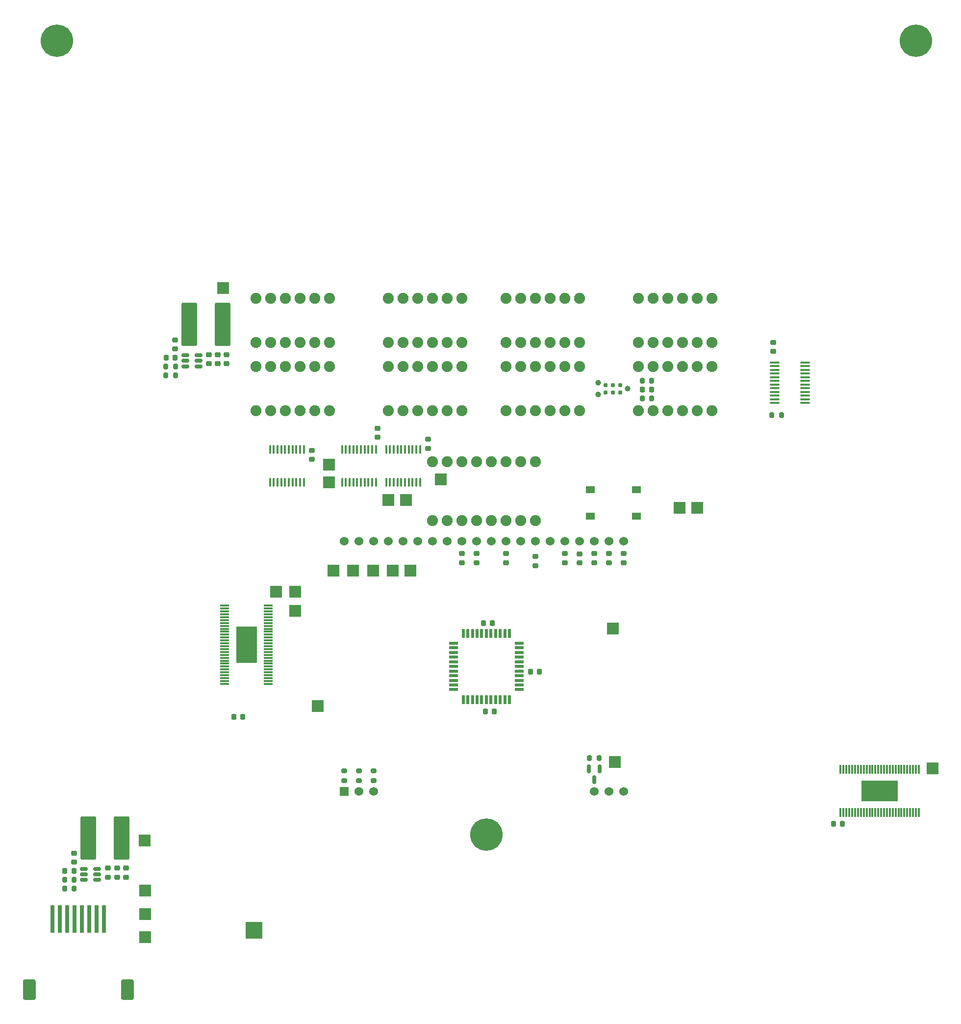
<source format=gbs>
%TF.GenerationSoftware,KiCad,Pcbnew,9.0.4*%
%TF.CreationDate,2025-09-16T15:39:33-04:00*%
%TF.ProjectId,mini-lhc-display,6d696e69-2d6c-4686-932d-646973706c61,rev?*%
%TF.SameCoordinates,Original*%
%TF.FileFunction,Soldermask,Bot*%
%TF.FilePolarity,Negative*%
%FSLAX46Y46*%
G04 Gerber Fmt 4.6, Leading zero omitted, Abs format (unit mm)*
G04 Created by KiCad (PCBNEW 9.0.4) date 2025-09-16 15:39:33*
%MOMM*%
%LPD*%
G01*
G04 APERTURE LIST*
G04 Aperture macros list*
%AMRoundRect*
0 Rectangle with rounded corners*
0 $1 Rounding radius*
0 $2 $3 $4 $5 $6 $7 $8 $9 X,Y pos of 4 corners*
0 Add a 4 corners polygon primitive as box body*
4,1,4,$2,$3,$4,$5,$6,$7,$8,$9,$2,$3,0*
0 Add four circle primitives for the rounded corners*
1,1,$1+$1,$2,$3*
1,1,$1+$1,$4,$5*
1,1,$1+$1,$6,$7*
1,1,$1+$1,$8,$9*
0 Add four rect primitives between the rounded corners*
20,1,$1+$1,$2,$3,$4,$5,0*
20,1,$1+$1,$4,$5,$6,$7,0*
20,1,$1+$1,$6,$7,$8,$9,0*
20,1,$1+$1,$8,$9,$2,$3,0*%
G04 Aperture macros list end*
%ADD10C,1.905000*%
%ADD11C,3.600000*%
%ADD12C,5.600000*%
%ADD13R,1.524000X1.524000*%
%ADD14C,1.524000*%
%ADD15RoundRect,0.225000X0.250000X-0.225000X0.250000X0.225000X-0.250000X0.225000X-0.250000X-0.225000X0*%
%ADD16RoundRect,0.200000X0.200000X0.275000X-0.200000X0.275000X-0.200000X-0.275000X0.200000X-0.275000X0*%
%ADD17RoundRect,0.225000X-0.250000X0.225000X-0.250000X-0.225000X0.250000X-0.225000X0.250000X0.225000X0*%
%ADD18R,2.000000X2.000000*%
%ADD19RoundRect,0.150000X0.512500X0.150000X-0.512500X0.150000X-0.512500X-0.150000X0.512500X-0.150000X0*%
%ADD20C,0.990600*%
%ADD21C,0.787400*%
%ADD22RoundRect,0.100000X0.712500X0.100000X-0.712500X0.100000X-0.712500X-0.100000X0.712500X-0.100000X0*%
%ADD23R,3.000000X3.000000*%
%ADD24RoundRect,0.225000X0.225000X0.250000X-0.225000X0.250000X-0.225000X-0.250000X0.225000X-0.250000X0*%
%ADD25RoundRect,0.225000X-0.225000X-0.250000X0.225000X-0.250000X0.225000X0.250000X-0.225000X0.250000X0*%
%ADD26RoundRect,0.100000X0.100000X-0.637500X0.100000X0.637500X-0.100000X0.637500X-0.100000X-0.637500X0*%
%ADD27RoundRect,0.200000X-0.200000X-0.275000X0.200000X-0.275000X0.200000X0.275000X-0.200000X0.275000X0*%
%ADD28R,1.500000X0.550000*%
%ADD29R,0.550000X1.500000*%
%ADD30R,0.300000X1.550000*%
%ADD31R,6.350000X3.610000*%
%ADD32RoundRect,0.150000X-0.150000X0.587500X-0.150000X-0.587500X0.150000X-0.587500X0.150000X0.587500X0*%
%ADD33RoundRect,0.250001X-1.099999X-3.499999X1.099999X-3.499999X1.099999X3.499999X-1.099999X3.499999X0*%
%ADD34RoundRect,0.114000X0.266000X-2.261000X0.266000X2.261000X-0.266000X2.261000X-0.266000X-2.261000X0*%
%ADD35RoundRect,0.336000X0.784000X-1.419000X0.784000X1.419000X-0.784000X1.419000X-0.784000X-1.419000X0*%
%ADD36R,1.550000X1.300000*%
%ADD37RoundRect,0.200000X-0.275000X0.200000X-0.275000X-0.200000X0.275000X-0.200000X0.275000X0.200000X0*%
%ADD38R,1.550000X0.300000*%
%ADD39R,3.610000X6.350000*%
G04 APERTURE END LIST*
D10*
%TO.C,DSP5*%
X86995000Y-110998000D03*
X89535000Y-110998000D03*
X92075000Y-110998000D03*
X94615000Y-110998000D03*
X97175291Y-110998000D03*
X99695000Y-110998000D03*
X102235000Y-110998000D03*
X104775000Y-110998000D03*
X104775000Y-100838000D03*
X102235000Y-100838000D03*
X99695000Y-100838000D03*
X97175291Y-100838000D03*
X94615000Y-100838000D03*
X92075000Y-100838000D03*
X89535000Y-100838000D03*
X86995000Y-100838000D03*
%TD*%
D11*
%TO.C,REF\u002A\u002A*%
X170434000Y-28194000D03*
D12*
X170434000Y-28194000D03*
%TD*%
D10*
%TO.C,DSP4*%
X99695000Y-92087500D03*
X102235000Y-92087500D03*
X104775000Y-92087500D03*
X107315000Y-92087500D03*
X109855000Y-92087500D03*
X112395000Y-92087500D03*
X122555000Y-92087500D03*
X125095000Y-92087500D03*
X127635000Y-92087500D03*
X130175000Y-92087500D03*
X132715000Y-92087500D03*
X135255000Y-92087500D03*
X135255000Y-84467500D03*
X132715000Y-84467500D03*
X130175000Y-84467500D03*
X127635000Y-84467500D03*
X125095000Y-84467500D03*
X122555000Y-84467500D03*
X112395000Y-84467500D03*
X109855000Y-84467500D03*
X107315000Y-84467500D03*
X104775000Y-84467500D03*
X102235000Y-84467500D03*
X99695000Y-84467500D03*
%TD*%
%TO.C,DSP3*%
X56515000Y-92087500D03*
X59055000Y-92087500D03*
X61595000Y-92087500D03*
X64135000Y-92087500D03*
X66675000Y-92087500D03*
X69215000Y-92087500D03*
X79375000Y-92087500D03*
X81915000Y-92087500D03*
X84455000Y-92087500D03*
X86995000Y-92087500D03*
X89535000Y-92087500D03*
X92075000Y-92087500D03*
X92075000Y-84467500D03*
X89535000Y-84467500D03*
X86995000Y-84467500D03*
X84455000Y-84467500D03*
X81915000Y-84467500D03*
X79375000Y-84467500D03*
X69215000Y-84467500D03*
X66675000Y-84467500D03*
X64135000Y-84467500D03*
X61595000Y-84467500D03*
X59055000Y-84467500D03*
X56515000Y-84467500D03*
%TD*%
D13*
%TO.C,U10*%
X71755000Y-157782500D03*
D14*
X74295000Y-157782500D03*
X76835000Y-157782500D03*
X114935000Y-157782500D03*
X117475000Y-157782500D03*
X120015000Y-157782500D03*
X120015000Y-114602500D03*
X117475000Y-114602500D03*
X114935000Y-114602500D03*
X112395000Y-114602500D03*
X109855000Y-114602500D03*
X107315000Y-114602500D03*
X104775000Y-114602500D03*
X102235000Y-114602500D03*
X99695000Y-114602500D03*
X97155000Y-114602500D03*
X94615000Y-114602500D03*
X92075000Y-114602500D03*
X89535000Y-114602500D03*
X86995000Y-114602500D03*
X84455000Y-114602500D03*
X81915000Y-114602500D03*
X79375000Y-114602500D03*
X76835000Y-114602500D03*
X74295000Y-114602500D03*
X71755000Y-114602500D03*
%TD*%
D11*
%TO.C,REF\u002A\u002A*%
X22098000Y-28194000D03*
D12*
X22098000Y-28194000D03*
%TD*%
D10*
%TO.C,DSP2*%
X99695000Y-80276500D03*
X102235000Y-80276500D03*
X104775000Y-80276500D03*
X107315000Y-80276500D03*
X109855000Y-80276500D03*
X112395000Y-80276500D03*
X122555000Y-80276500D03*
X125095000Y-80276500D03*
X127635000Y-80276500D03*
X130175000Y-80276500D03*
X132715000Y-80276500D03*
X135255000Y-80276500D03*
X135255000Y-72656500D03*
X132715000Y-72656500D03*
X130175000Y-72656500D03*
X127635000Y-72656500D03*
X125095000Y-72656500D03*
X122555000Y-72656500D03*
X112395000Y-72656500D03*
X109855000Y-72656500D03*
X107315000Y-72656500D03*
X104775000Y-72656500D03*
X102235000Y-72656500D03*
X99695000Y-72656500D03*
%TD*%
D11*
%TO.C,REF\u002A\u002A*%
X96283641Y-165227000D03*
D12*
X96283641Y-165227000D03*
%TD*%
D10*
%TO.C,DSP1*%
X56515000Y-80276500D03*
X59055000Y-80276500D03*
X61595000Y-80276500D03*
X64135000Y-80276500D03*
X66675000Y-80276500D03*
X69215000Y-80276500D03*
X79375000Y-80276500D03*
X81915000Y-80276500D03*
X84455000Y-80276500D03*
X86995000Y-80276500D03*
X89535000Y-80276500D03*
X92075000Y-80276500D03*
X92075000Y-72656500D03*
X89535000Y-72656500D03*
X86995000Y-72656500D03*
X84455000Y-72656500D03*
X81915000Y-72656500D03*
X79375000Y-72656500D03*
X69215000Y-72656500D03*
X66675000Y-72656500D03*
X64135000Y-72656500D03*
X61595000Y-72656500D03*
X59055000Y-72656500D03*
X56515000Y-72656500D03*
%TD*%
D15*
%TO.C,C9*%
X48387000Y-83947000D03*
X48387000Y-82397000D03*
%TD*%
D16*
%TO.C,R9*%
X25107500Y-173022695D03*
X23457500Y-173022695D03*
%TD*%
D17*
%TO.C,C13*%
X25059170Y-168409767D03*
X25059170Y-169959767D03*
%TD*%
D18*
%TO.C,TP18*%
X88392000Y-103886000D03*
%TD*%
D19*
%TO.C,U2*%
X46583300Y-82512551D03*
X46583300Y-83462551D03*
X46583300Y-84412551D03*
X44308300Y-84412551D03*
X44308300Y-83462551D03*
X44308300Y-82512551D03*
%TD*%
D18*
%TO.C,TP4*%
X37338000Y-174893000D03*
%TD*%
D20*
%TO.C,CN2*%
X120650000Y-88277500D03*
X115570000Y-89293500D03*
X115570000Y-87261500D03*
D21*
X119380000Y-88912500D03*
X119380000Y-87642500D03*
X118110000Y-88912500D03*
X118110000Y-87642500D03*
X116840000Y-88912500D03*
X116840000Y-87642500D03*
%TD*%
D22*
%TO.C,U7*%
X151354500Y-83756500D03*
X151354500Y-84391500D03*
X151354500Y-85026500D03*
X151354500Y-85661500D03*
X151354500Y-86296500D03*
X151354500Y-86931500D03*
X151354500Y-87566500D03*
X151354500Y-88201500D03*
X151354500Y-88836500D03*
X151354500Y-89471500D03*
X151354500Y-90106500D03*
X151354500Y-90741500D03*
X146079500Y-90741500D03*
X146079500Y-90106500D03*
X146079500Y-89471500D03*
X146079500Y-88836500D03*
X146079500Y-88201500D03*
X146079500Y-87566500D03*
X146079500Y-86931500D03*
X146079500Y-86296500D03*
X146079500Y-85661500D03*
X146079500Y-85026500D03*
X146079500Y-84391500D03*
X146079500Y-83756500D03*
%TD*%
D18*
%TO.C,TP22*%
X129667000Y-108839000D03*
%TD*%
D23*
%TO.C,TP3*%
X56134000Y-181737000D03*
%TD*%
D17*
%TO.C,C11*%
X51435000Y-82397000D03*
X51435000Y-83947000D03*
%TD*%
D24*
%TO.C,C1*%
X105423000Y-137081500D03*
X103873000Y-137081500D03*
%TD*%
D18*
%TO.C,TP20*%
X82423000Y-107442000D03*
%TD*%
%TO.C,TP11*%
X76708000Y-119682500D03*
%TD*%
D15*
%TO.C,C25*%
X104775000Y-118806500D03*
X104775000Y-117256500D03*
%TD*%
D17*
%TO.C,C21*%
X114935000Y-116748500D03*
X114935000Y-118298500D03*
%TD*%
D24*
%TO.C,C16*%
X157747000Y-163322000D03*
X156197000Y-163322000D03*
%TD*%
D25*
%TO.C,C15*%
X52692000Y-144907000D03*
X54242000Y-144907000D03*
%TD*%
D17*
%TO.C,C8*%
X42545000Y-79857000D03*
X42545000Y-81407000D03*
%TD*%
D24*
%TO.C,C27*%
X25057500Y-171496167D03*
X23507500Y-171496167D03*
%TD*%
D26*
%TO.C,U4*%
X84840000Y-104462500D03*
X84190000Y-104462500D03*
X83540000Y-104462500D03*
X82890000Y-104462500D03*
X82240000Y-104462500D03*
X81590000Y-104462500D03*
X80940000Y-104462500D03*
X80290000Y-104462500D03*
X79640000Y-104462500D03*
X78990000Y-104462500D03*
X78990000Y-98737500D03*
X79640000Y-98737500D03*
X80290000Y-98737500D03*
X80940000Y-98737500D03*
X81590000Y-98737500D03*
X82240000Y-98737500D03*
X82890000Y-98737500D03*
X83540000Y-98737500D03*
X84190000Y-98737500D03*
X84840000Y-98737500D03*
%TD*%
D17*
%TO.C,C20*%
X117475000Y-116748500D03*
X117475000Y-118298500D03*
%TD*%
%TO.C,C23*%
X109855000Y-116748500D03*
X109855000Y-118298500D03*
%TD*%
D27*
%TO.C,R1*%
X123190000Y-89916000D03*
X124840000Y-89916000D03*
%TD*%
D18*
%TO.C,TP25*%
X37338000Y-182880000D03*
%TD*%
%TO.C,TP15*%
X118110000Y-129667000D03*
%TD*%
D28*
%TO.C,U1*%
X101985000Y-132205000D03*
X101985000Y-133005000D03*
X101985000Y-133805000D03*
X101985000Y-134605000D03*
X101985000Y-135405000D03*
X101985000Y-136205000D03*
X101985000Y-137005000D03*
X101985000Y-137805000D03*
X101985000Y-138605000D03*
X101985000Y-139405000D03*
X101985000Y-140205000D03*
D29*
X100285000Y-141905000D03*
X99485000Y-141905000D03*
X98685000Y-141905000D03*
X97885000Y-141905000D03*
X97085000Y-141905000D03*
X96285000Y-141905000D03*
X95485000Y-141905000D03*
X94685000Y-141905000D03*
X93885000Y-141905000D03*
X93085000Y-141905000D03*
X92285000Y-141905000D03*
D28*
X90585000Y-140205000D03*
X90585000Y-139405000D03*
X90585000Y-138605000D03*
X90585000Y-137805000D03*
X90585000Y-137005000D03*
X90585000Y-136205000D03*
X90585000Y-135405000D03*
X90585000Y-134605000D03*
X90585000Y-133805000D03*
X90585000Y-133005000D03*
X90585000Y-132205000D03*
D29*
X92285000Y-130505000D03*
X93085000Y-130505000D03*
X93885000Y-130505000D03*
X94685000Y-130505000D03*
X95485000Y-130505000D03*
X96285000Y-130505000D03*
X97085000Y-130505000D03*
X97885000Y-130505000D03*
X98685000Y-130505000D03*
X99485000Y-130505000D03*
X100285000Y-130505000D03*
%TD*%
D17*
%TO.C,C24*%
X92075000Y-116748500D03*
X92075000Y-118298500D03*
%TD*%
D18*
%TO.C,TP23*%
X132715000Y-108839000D03*
%TD*%
D26*
%TO.C,U3*%
X77220000Y-104462500D03*
X76570000Y-104462500D03*
X75920000Y-104462500D03*
X75270000Y-104462500D03*
X74620000Y-104462500D03*
X73970000Y-104462500D03*
X73320000Y-104462500D03*
X72670000Y-104462500D03*
X72020000Y-104462500D03*
X71370000Y-104462500D03*
X71370000Y-98737500D03*
X72020000Y-98737500D03*
X72670000Y-98737500D03*
X73320000Y-98737500D03*
X73970000Y-98737500D03*
X74620000Y-98737500D03*
X75270000Y-98737500D03*
X75920000Y-98737500D03*
X76570000Y-98737500D03*
X77220000Y-98737500D03*
%TD*%
D24*
%TO.C,C26*%
X42558000Y-82918000D03*
X41008000Y-82918000D03*
%TD*%
D17*
%TO.C,C17*%
X99695000Y-116748500D03*
X99695000Y-118298500D03*
%TD*%
D18*
%TO.C,TP14*%
X63246000Y-126619000D03*
%TD*%
%TO.C,TP7*%
X73279000Y-119682500D03*
%TD*%
D25*
%TO.C,C4*%
X123240000Y-88392000D03*
X124790000Y-88392000D03*
%TD*%
D24*
%TO.C,C2*%
X97676000Y-143939500D03*
X96126000Y-143939500D03*
%TD*%
D18*
%TO.C,TP1*%
X37264583Y-166212967D03*
%TD*%
D16*
%TO.C,R2*%
X124840000Y-86868000D03*
X123190000Y-86868000D03*
%TD*%
%TO.C,R3*%
X147256000Y-92837000D03*
X145606000Y-92837000D03*
%TD*%
D30*
%TO.C,U9*%
X157461000Y-153923600D03*
X157961000Y-153923600D03*
X158461000Y-153923600D03*
X158961000Y-153923600D03*
X159461000Y-153923600D03*
X159961000Y-153923600D03*
X160461000Y-153923600D03*
X160961000Y-153923600D03*
X161461000Y-153923600D03*
X161961000Y-153923600D03*
X162461000Y-153923600D03*
X162961000Y-153923600D03*
X163461000Y-153923600D03*
X163961000Y-153923600D03*
X164461000Y-153923600D03*
X164961000Y-153923600D03*
X165461000Y-153923600D03*
X165961000Y-153923600D03*
X166461000Y-153923600D03*
X166961000Y-153923600D03*
X167461000Y-153923600D03*
X167961000Y-153923600D03*
X168461000Y-153923600D03*
X168961000Y-153923600D03*
X169461000Y-153923600D03*
X169961000Y-153923600D03*
X170461000Y-153923600D03*
X170961000Y-153923600D03*
X170961000Y-161423600D03*
X170461000Y-161423600D03*
X169961000Y-161423600D03*
X169461000Y-161423600D03*
X168961000Y-161423600D03*
X168461000Y-161423600D03*
X167961000Y-161423600D03*
X167461000Y-161423600D03*
X166961000Y-161423600D03*
X166461000Y-161423600D03*
X165961000Y-161423600D03*
X165461000Y-161423600D03*
X164961000Y-161423600D03*
X164461000Y-161423600D03*
X163961000Y-161423600D03*
X163461000Y-161423600D03*
X162961000Y-161423600D03*
X162461000Y-161423600D03*
X161961000Y-161423600D03*
X161461000Y-161423600D03*
X160961000Y-161423600D03*
X160461000Y-161423600D03*
X159961000Y-161423600D03*
X159461000Y-161423600D03*
X158961000Y-161423600D03*
X158461000Y-161423600D03*
X157961000Y-161423600D03*
X157461000Y-161423600D03*
D31*
X164211000Y-157673600D03*
%TD*%
D18*
%TO.C,TP17*%
X69088000Y-101346000D03*
%TD*%
D26*
%TO.C,U5*%
X64774000Y-104462500D03*
X64124000Y-104462500D03*
X63474000Y-104462500D03*
X62824000Y-104462500D03*
X62174000Y-104462500D03*
X61524000Y-104462500D03*
X60874000Y-104462500D03*
X60224000Y-104462500D03*
X59574000Y-104462500D03*
X58924000Y-104462500D03*
X58924000Y-98737500D03*
X59574000Y-98737500D03*
X60224000Y-98737500D03*
X60874000Y-98737500D03*
X61524000Y-98737500D03*
X62174000Y-98737500D03*
X62824000Y-98737500D03*
X63474000Y-98737500D03*
X64124000Y-98737500D03*
X64774000Y-98737500D03*
%TD*%
D18*
%TO.C,TP12*%
X173355000Y-153797000D03*
%TD*%
D19*
%TO.C,U6*%
X29097500Y-171122695D03*
X29097500Y-172072695D03*
X29097500Y-173022695D03*
X26822500Y-173022695D03*
X26822500Y-172072695D03*
X26822500Y-171122695D03*
%TD*%
D17*
%TO.C,C7*%
X66167000Y-98933000D03*
X66167000Y-100483000D03*
%TD*%
%TO.C,C18*%
X94615000Y-116748500D03*
X94615000Y-118298500D03*
%TD*%
D32*
%TO.C,Q1*%
X113985000Y-153875500D03*
X115885000Y-153875500D03*
X114935000Y-155750500D03*
%TD*%
D27*
%TO.C,R8*%
X23457500Y-174557557D03*
X25107500Y-174557557D03*
%TD*%
D33*
%TO.C,L2*%
X44979000Y-77203000D03*
X50779000Y-77203000D03*
%TD*%
D18*
%TO.C,TP13*%
X59944000Y-123317000D03*
%TD*%
D16*
%TO.C,R11*%
X42608000Y-84442000D03*
X40958000Y-84442000D03*
%TD*%
D15*
%TO.C,C10*%
X30903509Y-172562967D03*
X30903509Y-171012967D03*
%TD*%
%TO.C,C14*%
X145796000Y-81814000D03*
X145796000Y-80264000D03*
%TD*%
D17*
%TO.C,C19*%
X120015000Y-116748500D03*
X120015000Y-118298500D03*
%TD*%
D34*
%TO.C,CN1*%
X30282620Y-179762151D03*
X29012620Y-179762151D03*
X27742620Y-179762151D03*
X26472620Y-179762151D03*
X25202620Y-179762151D03*
X23932620Y-179762151D03*
X22662620Y-179762151D03*
X21392620Y-179762151D03*
D35*
X34297620Y-191942151D03*
X17377620Y-191942151D03*
%TD*%
D25*
%TO.C,C3*%
X95745000Y-128699500D03*
X97295000Y-128699500D03*
%TD*%
D36*
%TO.C,SW1*%
X122174000Y-105736000D03*
X114214000Y-105736000D03*
X122174000Y-110236000D03*
X114214000Y-110236000D03*
%TD*%
D33*
%TO.C,L1*%
X27520576Y-165831967D03*
X33320576Y-165831967D03*
%TD*%
D18*
%TO.C,TP24*%
X67183000Y-143002000D03*
%TD*%
D16*
%TO.C,R7*%
X115760000Y-152019000D03*
X114110000Y-152019000D03*
%TD*%
D18*
%TO.C,TP6*%
X118491000Y-152654000D03*
%TD*%
D37*
%TO.C,R6*%
X76835000Y-154242000D03*
X76835000Y-155892000D03*
%TD*%
D18*
%TO.C,TP10*%
X69850000Y-119682500D03*
%TD*%
D17*
%TO.C,C28*%
X49911000Y-82397000D03*
X49911000Y-83947000D03*
%TD*%
D18*
%TO.C,TP2*%
X50800000Y-70866000D03*
%TD*%
D27*
%TO.C,R10*%
X40958000Y-85966000D03*
X42608000Y-85966000D03*
%TD*%
D17*
%TO.C,C29*%
X32525840Y-171012967D03*
X32525840Y-172562967D03*
%TD*%
D38*
%TO.C,U8*%
X58614000Y-125711000D03*
X58614000Y-126211000D03*
X58614000Y-126711000D03*
X58614000Y-127211000D03*
X58614000Y-127711000D03*
X58614000Y-128211000D03*
X58614000Y-128711000D03*
X58614000Y-129211000D03*
X58614000Y-129711000D03*
X58614000Y-130211000D03*
X58614000Y-130711000D03*
X58614000Y-131211000D03*
X58614000Y-131711000D03*
X58614000Y-132211000D03*
X58614000Y-132711000D03*
X58614000Y-133211000D03*
X58614000Y-133711000D03*
X58614000Y-134211000D03*
X58614000Y-134711000D03*
X58614000Y-135211000D03*
X58614000Y-135711000D03*
X58614000Y-136211000D03*
X58614000Y-136711000D03*
X58614000Y-137211000D03*
X58614000Y-137711000D03*
X58614000Y-138211000D03*
X58614000Y-138711000D03*
X58614000Y-139211000D03*
X51114000Y-139211000D03*
X51114000Y-138711000D03*
X51114000Y-138211000D03*
X51114000Y-137711000D03*
X51114000Y-137211000D03*
X51114000Y-136711000D03*
X51114000Y-136211000D03*
X51114000Y-135711000D03*
X51114000Y-135211000D03*
X51114000Y-134711000D03*
X51114000Y-134211000D03*
X51114000Y-133711000D03*
X51114000Y-133211000D03*
X51114000Y-132711000D03*
X51114000Y-132211000D03*
X51114000Y-131711000D03*
X51114000Y-131211000D03*
X51114000Y-130711000D03*
X51114000Y-130211000D03*
X51114000Y-129711000D03*
X51114000Y-129211000D03*
X51114000Y-128711000D03*
X51114000Y-128211000D03*
X51114000Y-127711000D03*
X51114000Y-127211000D03*
X51114000Y-126711000D03*
X51114000Y-126211000D03*
X51114000Y-125711000D03*
D39*
X54864000Y-132461000D03*
%TD*%
D15*
%TO.C,C5*%
X77470000Y-96660000D03*
X77470000Y-95110000D03*
%TD*%
D37*
%TO.C,R4*%
X71755000Y-154242000D03*
X71755000Y-155892000D03*
%TD*%
D18*
%TO.C,TP5*%
X37338000Y-178943000D03*
%TD*%
%TO.C,TP19*%
X69088000Y-104394000D03*
%TD*%
%TO.C,TP9*%
X83185000Y-119682500D03*
%TD*%
D37*
%TO.C,R5*%
X74295000Y-154242000D03*
X74295000Y-155892000D03*
%TD*%
D18*
%TO.C,TP16*%
X63246000Y-123317000D03*
%TD*%
%TO.C,TP8*%
X80137000Y-119682500D03*
%TD*%
D17*
%TO.C,C22*%
X112395000Y-116761500D03*
X112395000Y-118311500D03*
%TD*%
D18*
%TO.C,TP21*%
X79375000Y-107442000D03*
%TD*%
D15*
%TO.C,C6*%
X86233000Y-98565000D03*
X86233000Y-97015000D03*
%TD*%
D17*
%TO.C,C12*%
X34089583Y-171012967D03*
X34089583Y-172562967D03*
%TD*%
M02*

</source>
